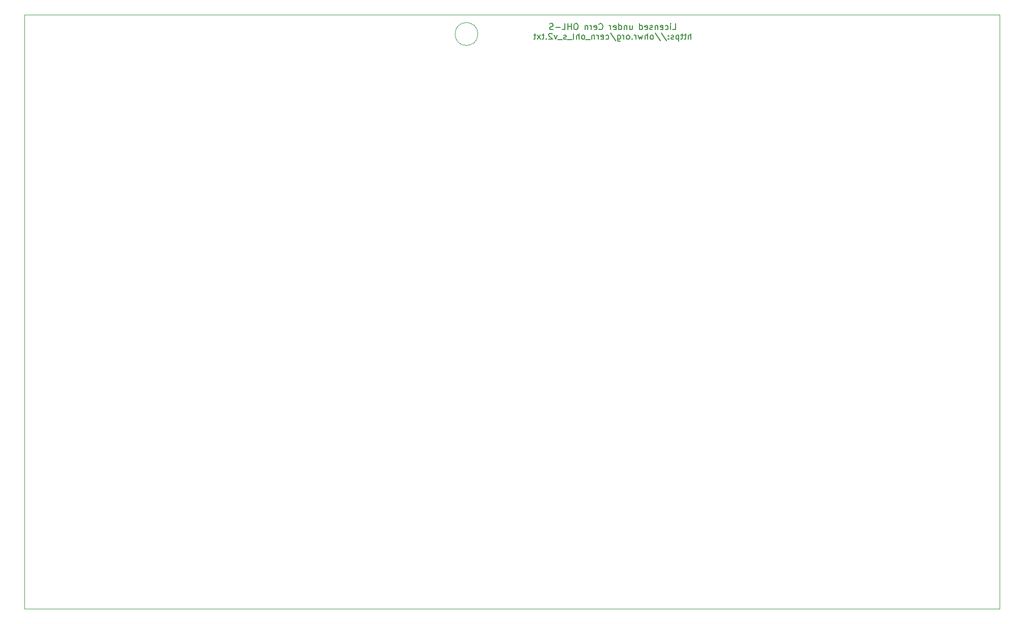
<source format=gbr>
%TF.GenerationSoftware,KiCad,Pcbnew,7.0.11+1*%
%TF.CreationDate,2024-05-08T20:05:28+02:00*%
%TF.ProjectId,ql_trump_v2_disk_interface,716c5f74-7275-46d7-905f-76325f646973,01*%
%TF.SameCoordinates,Original*%
%TF.FileFunction,Legend,Bot*%
%TF.FilePolarity,Positive*%
%FSLAX46Y46*%
G04 Gerber Fmt 4.6, Leading zero omitted, Abs format (unit mm)*
G04 Created by KiCad (PCBNEW 7.0.11+1) date 2024-05-08 20:05:28*
%MOMM*%
%LPD*%
G01*
G04 APERTURE LIST*
%ADD10C,0.150000*%
%TA.AperFunction,Profile*%
%ADD11C,0.050000*%
%TD*%
G04 APERTURE END LIST*
D10*
X146906001Y-46766819D02*
X147382191Y-46766819D01*
X147382191Y-46766819D02*
X147382191Y-45766819D01*
X146572667Y-46766819D02*
X146572667Y-46100152D01*
X146572667Y-45766819D02*
X146620286Y-45814438D01*
X146620286Y-45814438D02*
X146572667Y-45862057D01*
X146572667Y-45862057D02*
X146525048Y-45814438D01*
X146525048Y-45814438D02*
X146572667Y-45766819D01*
X146572667Y-45766819D02*
X146572667Y-45862057D01*
X145667906Y-46719200D02*
X145763144Y-46766819D01*
X145763144Y-46766819D02*
X145953620Y-46766819D01*
X145953620Y-46766819D02*
X146048858Y-46719200D01*
X146048858Y-46719200D02*
X146096477Y-46671580D01*
X146096477Y-46671580D02*
X146144096Y-46576342D01*
X146144096Y-46576342D02*
X146144096Y-46290628D01*
X146144096Y-46290628D02*
X146096477Y-46195390D01*
X146096477Y-46195390D02*
X146048858Y-46147771D01*
X146048858Y-46147771D02*
X145953620Y-46100152D01*
X145953620Y-46100152D02*
X145763144Y-46100152D01*
X145763144Y-46100152D02*
X145667906Y-46147771D01*
X144858382Y-46719200D02*
X144953620Y-46766819D01*
X144953620Y-46766819D02*
X145144096Y-46766819D01*
X145144096Y-46766819D02*
X145239334Y-46719200D01*
X145239334Y-46719200D02*
X145286953Y-46623961D01*
X145286953Y-46623961D02*
X145286953Y-46243009D01*
X145286953Y-46243009D02*
X145239334Y-46147771D01*
X145239334Y-46147771D02*
X145144096Y-46100152D01*
X145144096Y-46100152D02*
X144953620Y-46100152D01*
X144953620Y-46100152D02*
X144858382Y-46147771D01*
X144858382Y-46147771D02*
X144810763Y-46243009D01*
X144810763Y-46243009D02*
X144810763Y-46338247D01*
X144810763Y-46338247D02*
X145286953Y-46433485D01*
X144382191Y-46100152D02*
X144382191Y-46766819D01*
X144382191Y-46195390D02*
X144334572Y-46147771D01*
X144334572Y-46147771D02*
X144239334Y-46100152D01*
X144239334Y-46100152D02*
X144096477Y-46100152D01*
X144096477Y-46100152D02*
X144001239Y-46147771D01*
X144001239Y-46147771D02*
X143953620Y-46243009D01*
X143953620Y-46243009D02*
X143953620Y-46766819D01*
X143525048Y-46719200D02*
X143429810Y-46766819D01*
X143429810Y-46766819D02*
X143239334Y-46766819D01*
X143239334Y-46766819D02*
X143144096Y-46719200D01*
X143144096Y-46719200D02*
X143096477Y-46623961D01*
X143096477Y-46623961D02*
X143096477Y-46576342D01*
X143096477Y-46576342D02*
X143144096Y-46481104D01*
X143144096Y-46481104D02*
X143239334Y-46433485D01*
X143239334Y-46433485D02*
X143382191Y-46433485D01*
X143382191Y-46433485D02*
X143477429Y-46385866D01*
X143477429Y-46385866D02*
X143525048Y-46290628D01*
X143525048Y-46290628D02*
X143525048Y-46243009D01*
X143525048Y-46243009D02*
X143477429Y-46147771D01*
X143477429Y-46147771D02*
X143382191Y-46100152D01*
X143382191Y-46100152D02*
X143239334Y-46100152D01*
X143239334Y-46100152D02*
X143144096Y-46147771D01*
X142286953Y-46719200D02*
X142382191Y-46766819D01*
X142382191Y-46766819D02*
X142572667Y-46766819D01*
X142572667Y-46766819D02*
X142667905Y-46719200D01*
X142667905Y-46719200D02*
X142715524Y-46623961D01*
X142715524Y-46623961D02*
X142715524Y-46243009D01*
X142715524Y-46243009D02*
X142667905Y-46147771D01*
X142667905Y-46147771D02*
X142572667Y-46100152D01*
X142572667Y-46100152D02*
X142382191Y-46100152D01*
X142382191Y-46100152D02*
X142286953Y-46147771D01*
X142286953Y-46147771D02*
X142239334Y-46243009D01*
X142239334Y-46243009D02*
X142239334Y-46338247D01*
X142239334Y-46338247D02*
X142715524Y-46433485D01*
X141382191Y-46766819D02*
X141382191Y-45766819D01*
X141382191Y-46719200D02*
X141477429Y-46766819D01*
X141477429Y-46766819D02*
X141667905Y-46766819D01*
X141667905Y-46766819D02*
X141763143Y-46719200D01*
X141763143Y-46719200D02*
X141810762Y-46671580D01*
X141810762Y-46671580D02*
X141858381Y-46576342D01*
X141858381Y-46576342D02*
X141858381Y-46290628D01*
X141858381Y-46290628D02*
X141810762Y-46195390D01*
X141810762Y-46195390D02*
X141763143Y-46147771D01*
X141763143Y-46147771D02*
X141667905Y-46100152D01*
X141667905Y-46100152D02*
X141477429Y-46100152D01*
X141477429Y-46100152D02*
X141382191Y-46147771D01*
X139715524Y-46100152D02*
X139715524Y-46766819D01*
X140144095Y-46100152D02*
X140144095Y-46623961D01*
X140144095Y-46623961D02*
X140096476Y-46719200D01*
X140096476Y-46719200D02*
X140001238Y-46766819D01*
X140001238Y-46766819D02*
X139858381Y-46766819D01*
X139858381Y-46766819D02*
X139763143Y-46719200D01*
X139763143Y-46719200D02*
X139715524Y-46671580D01*
X139239333Y-46100152D02*
X139239333Y-46766819D01*
X139239333Y-46195390D02*
X139191714Y-46147771D01*
X139191714Y-46147771D02*
X139096476Y-46100152D01*
X139096476Y-46100152D02*
X138953619Y-46100152D01*
X138953619Y-46100152D02*
X138858381Y-46147771D01*
X138858381Y-46147771D02*
X138810762Y-46243009D01*
X138810762Y-46243009D02*
X138810762Y-46766819D01*
X137906000Y-46766819D02*
X137906000Y-45766819D01*
X137906000Y-46719200D02*
X138001238Y-46766819D01*
X138001238Y-46766819D02*
X138191714Y-46766819D01*
X138191714Y-46766819D02*
X138286952Y-46719200D01*
X138286952Y-46719200D02*
X138334571Y-46671580D01*
X138334571Y-46671580D02*
X138382190Y-46576342D01*
X138382190Y-46576342D02*
X138382190Y-46290628D01*
X138382190Y-46290628D02*
X138334571Y-46195390D01*
X138334571Y-46195390D02*
X138286952Y-46147771D01*
X138286952Y-46147771D02*
X138191714Y-46100152D01*
X138191714Y-46100152D02*
X138001238Y-46100152D01*
X138001238Y-46100152D02*
X137906000Y-46147771D01*
X137048857Y-46719200D02*
X137144095Y-46766819D01*
X137144095Y-46766819D02*
X137334571Y-46766819D01*
X137334571Y-46766819D02*
X137429809Y-46719200D01*
X137429809Y-46719200D02*
X137477428Y-46623961D01*
X137477428Y-46623961D02*
X137477428Y-46243009D01*
X137477428Y-46243009D02*
X137429809Y-46147771D01*
X137429809Y-46147771D02*
X137334571Y-46100152D01*
X137334571Y-46100152D02*
X137144095Y-46100152D01*
X137144095Y-46100152D02*
X137048857Y-46147771D01*
X137048857Y-46147771D02*
X137001238Y-46243009D01*
X137001238Y-46243009D02*
X137001238Y-46338247D01*
X137001238Y-46338247D02*
X137477428Y-46433485D01*
X136572666Y-46766819D02*
X136572666Y-46100152D01*
X136572666Y-46290628D02*
X136525047Y-46195390D01*
X136525047Y-46195390D02*
X136477428Y-46147771D01*
X136477428Y-46147771D02*
X136382190Y-46100152D01*
X136382190Y-46100152D02*
X136286952Y-46100152D01*
X134620285Y-46671580D02*
X134667904Y-46719200D01*
X134667904Y-46719200D02*
X134810761Y-46766819D01*
X134810761Y-46766819D02*
X134905999Y-46766819D01*
X134905999Y-46766819D02*
X135048856Y-46719200D01*
X135048856Y-46719200D02*
X135144094Y-46623961D01*
X135144094Y-46623961D02*
X135191713Y-46528723D01*
X135191713Y-46528723D02*
X135239332Y-46338247D01*
X135239332Y-46338247D02*
X135239332Y-46195390D01*
X135239332Y-46195390D02*
X135191713Y-46004914D01*
X135191713Y-46004914D02*
X135144094Y-45909676D01*
X135144094Y-45909676D02*
X135048856Y-45814438D01*
X135048856Y-45814438D02*
X134905999Y-45766819D01*
X134905999Y-45766819D02*
X134810761Y-45766819D01*
X134810761Y-45766819D02*
X134667904Y-45814438D01*
X134667904Y-45814438D02*
X134620285Y-45862057D01*
X133810761Y-46719200D02*
X133905999Y-46766819D01*
X133905999Y-46766819D02*
X134096475Y-46766819D01*
X134096475Y-46766819D02*
X134191713Y-46719200D01*
X134191713Y-46719200D02*
X134239332Y-46623961D01*
X134239332Y-46623961D02*
X134239332Y-46243009D01*
X134239332Y-46243009D02*
X134191713Y-46147771D01*
X134191713Y-46147771D02*
X134096475Y-46100152D01*
X134096475Y-46100152D02*
X133905999Y-46100152D01*
X133905999Y-46100152D02*
X133810761Y-46147771D01*
X133810761Y-46147771D02*
X133763142Y-46243009D01*
X133763142Y-46243009D02*
X133763142Y-46338247D01*
X133763142Y-46338247D02*
X134239332Y-46433485D01*
X133334570Y-46766819D02*
X133334570Y-46100152D01*
X133334570Y-46290628D02*
X133286951Y-46195390D01*
X133286951Y-46195390D02*
X133239332Y-46147771D01*
X133239332Y-46147771D02*
X133144094Y-46100152D01*
X133144094Y-46100152D02*
X133048856Y-46100152D01*
X132715522Y-46100152D02*
X132715522Y-46766819D01*
X132715522Y-46195390D02*
X132667903Y-46147771D01*
X132667903Y-46147771D02*
X132572665Y-46100152D01*
X132572665Y-46100152D02*
X132429808Y-46100152D01*
X132429808Y-46100152D02*
X132334570Y-46147771D01*
X132334570Y-46147771D02*
X132286951Y-46243009D01*
X132286951Y-46243009D02*
X132286951Y-46766819D01*
X130858379Y-45766819D02*
X130667903Y-45766819D01*
X130667903Y-45766819D02*
X130572665Y-45814438D01*
X130572665Y-45814438D02*
X130477427Y-45909676D01*
X130477427Y-45909676D02*
X130429808Y-46100152D01*
X130429808Y-46100152D02*
X130429808Y-46433485D01*
X130429808Y-46433485D02*
X130477427Y-46623961D01*
X130477427Y-46623961D02*
X130572665Y-46719200D01*
X130572665Y-46719200D02*
X130667903Y-46766819D01*
X130667903Y-46766819D02*
X130858379Y-46766819D01*
X130858379Y-46766819D02*
X130953617Y-46719200D01*
X130953617Y-46719200D02*
X131048855Y-46623961D01*
X131048855Y-46623961D02*
X131096474Y-46433485D01*
X131096474Y-46433485D02*
X131096474Y-46100152D01*
X131096474Y-46100152D02*
X131048855Y-45909676D01*
X131048855Y-45909676D02*
X130953617Y-45814438D01*
X130953617Y-45814438D02*
X130858379Y-45766819D01*
X130001236Y-46766819D02*
X130001236Y-45766819D01*
X130001236Y-46243009D02*
X129429808Y-46243009D01*
X129429808Y-46766819D02*
X129429808Y-45766819D01*
X128477427Y-46766819D02*
X128953617Y-46766819D01*
X128953617Y-46766819D02*
X128953617Y-45766819D01*
X128144093Y-46385866D02*
X127382189Y-46385866D01*
X126953617Y-46719200D02*
X126810760Y-46766819D01*
X126810760Y-46766819D02*
X126572665Y-46766819D01*
X126572665Y-46766819D02*
X126477427Y-46719200D01*
X126477427Y-46719200D02*
X126429808Y-46671580D01*
X126429808Y-46671580D02*
X126382189Y-46576342D01*
X126382189Y-46576342D02*
X126382189Y-46481104D01*
X126382189Y-46481104D02*
X126429808Y-46385866D01*
X126429808Y-46385866D02*
X126477427Y-46338247D01*
X126477427Y-46338247D02*
X126572665Y-46290628D01*
X126572665Y-46290628D02*
X126763141Y-46243009D01*
X126763141Y-46243009D02*
X126858379Y-46195390D01*
X126858379Y-46195390D02*
X126905998Y-46147771D01*
X126905998Y-46147771D02*
X126953617Y-46052533D01*
X126953617Y-46052533D02*
X126953617Y-45957295D01*
X126953617Y-45957295D02*
X126905998Y-45862057D01*
X126905998Y-45862057D02*
X126858379Y-45814438D01*
X126858379Y-45814438D02*
X126763141Y-45766819D01*
X126763141Y-45766819D02*
X126525046Y-45766819D01*
X126525046Y-45766819D02*
X126382189Y-45814438D01*
X149953620Y-48376819D02*
X149953620Y-47376819D01*
X149525049Y-48376819D02*
X149525049Y-47853009D01*
X149525049Y-47853009D02*
X149572668Y-47757771D01*
X149572668Y-47757771D02*
X149667906Y-47710152D01*
X149667906Y-47710152D02*
X149810763Y-47710152D01*
X149810763Y-47710152D02*
X149906001Y-47757771D01*
X149906001Y-47757771D02*
X149953620Y-47805390D01*
X149191715Y-47710152D02*
X148810763Y-47710152D01*
X149048858Y-47376819D02*
X149048858Y-48233961D01*
X149048858Y-48233961D02*
X149001239Y-48329200D01*
X149001239Y-48329200D02*
X148906001Y-48376819D01*
X148906001Y-48376819D02*
X148810763Y-48376819D01*
X148620286Y-47710152D02*
X148239334Y-47710152D01*
X148477429Y-47376819D02*
X148477429Y-48233961D01*
X148477429Y-48233961D02*
X148429810Y-48329200D01*
X148429810Y-48329200D02*
X148334572Y-48376819D01*
X148334572Y-48376819D02*
X148239334Y-48376819D01*
X147906000Y-47710152D02*
X147906000Y-48710152D01*
X147906000Y-47757771D02*
X147810762Y-47710152D01*
X147810762Y-47710152D02*
X147620286Y-47710152D01*
X147620286Y-47710152D02*
X147525048Y-47757771D01*
X147525048Y-47757771D02*
X147477429Y-47805390D01*
X147477429Y-47805390D02*
X147429810Y-47900628D01*
X147429810Y-47900628D02*
X147429810Y-48186342D01*
X147429810Y-48186342D02*
X147477429Y-48281580D01*
X147477429Y-48281580D02*
X147525048Y-48329200D01*
X147525048Y-48329200D02*
X147620286Y-48376819D01*
X147620286Y-48376819D02*
X147810762Y-48376819D01*
X147810762Y-48376819D02*
X147906000Y-48329200D01*
X147048857Y-48329200D02*
X146953619Y-48376819D01*
X146953619Y-48376819D02*
X146763143Y-48376819D01*
X146763143Y-48376819D02*
X146667905Y-48329200D01*
X146667905Y-48329200D02*
X146620286Y-48233961D01*
X146620286Y-48233961D02*
X146620286Y-48186342D01*
X146620286Y-48186342D02*
X146667905Y-48091104D01*
X146667905Y-48091104D02*
X146763143Y-48043485D01*
X146763143Y-48043485D02*
X146906000Y-48043485D01*
X146906000Y-48043485D02*
X147001238Y-47995866D01*
X147001238Y-47995866D02*
X147048857Y-47900628D01*
X147048857Y-47900628D02*
X147048857Y-47853009D01*
X147048857Y-47853009D02*
X147001238Y-47757771D01*
X147001238Y-47757771D02*
X146906000Y-47710152D01*
X146906000Y-47710152D02*
X146763143Y-47710152D01*
X146763143Y-47710152D02*
X146667905Y-47757771D01*
X146191714Y-48281580D02*
X146144095Y-48329200D01*
X146144095Y-48329200D02*
X146191714Y-48376819D01*
X146191714Y-48376819D02*
X146239333Y-48329200D01*
X146239333Y-48329200D02*
X146191714Y-48281580D01*
X146191714Y-48281580D02*
X146191714Y-48376819D01*
X146191714Y-47757771D02*
X146144095Y-47805390D01*
X146144095Y-47805390D02*
X146191714Y-47853009D01*
X146191714Y-47853009D02*
X146239333Y-47805390D01*
X146239333Y-47805390D02*
X146191714Y-47757771D01*
X146191714Y-47757771D02*
X146191714Y-47853009D01*
X145001239Y-47329200D02*
X145858381Y-48614914D01*
X143953620Y-47329200D02*
X144810762Y-48614914D01*
X143477429Y-48376819D02*
X143572667Y-48329200D01*
X143572667Y-48329200D02*
X143620286Y-48281580D01*
X143620286Y-48281580D02*
X143667905Y-48186342D01*
X143667905Y-48186342D02*
X143667905Y-47900628D01*
X143667905Y-47900628D02*
X143620286Y-47805390D01*
X143620286Y-47805390D02*
X143572667Y-47757771D01*
X143572667Y-47757771D02*
X143477429Y-47710152D01*
X143477429Y-47710152D02*
X143334572Y-47710152D01*
X143334572Y-47710152D02*
X143239334Y-47757771D01*
X143239334Y-47757771D02*
X143191715Y-47805390D01*
X143191715Y-47805390D02*
X143144096Y-47900628D01*
X143144096Y-47900628D02*
X143144096Y-48186342D01*
X143144096Y-48186342D02*
X143191715Y-48281580D01*
X143191715Y-48281580D02*
X143239334Y-48329200D01*
X143239334Y-48329200D02*
X143334572Y-48376819D01*
X143334572Y-48376819D02*
X143477429Y-48376819D01*
X142715524Y-48376819D02*
X142715524Y-47376819D01*
X142286953Y-48376819D02*
X142286953Y-47853009D01*
X142286953Y-47853009D02*
X142334572Y-47757771D01*
X142334572Y-47757771D02*
X142429810Y-47710152D01*
X142429810Y-47710152D02*
X142572667Y-47710152D01*
X142572667Y-47710152D02*
X142667905Y-47757771D01*
X142667905Y-47757771D02*
X142715524Y-47805390D01*
X141906000Y-47710152D02*
X141715524Y-48376819D01*
X141715524Y-48376819D02*
X141525048Y-47900628D01*
X141525048Y-47900628D02*
X141334572Y-48376819D01*
X141334572Y-48376819D02*
X141144096Y-47710152D01*
X140763143Y-48376819D02*
X140763143Y-47710152D01*
X140763143Y-47900628D02*
X140715524Y-47805390D01*
X140715524Y-47805390D02*
X140667905Y-47757771D01*
X140667905Y-47757771D02*
X140572667Y-47710152D01*
X140572667Y-47710152D02*
X140477429Y-47710152D01*
X140144095Y-48281580D02*
X140096476Y-48329200D01*
X140096476Y-48329200D02*
X140144095Y-48376819D01*
X140144095Y-48376819D02*
X140191714Y-48329200D01*
X140191714Y-48329200D02*
X140144095Y-48281580D01*
X140144095Y-48281580D02*
X140144095Y-48376819D01*
X139525048Y-48376819D02*
X139620286Y-48329200D01*
X139620286Y-48329200D02*
X139667905Y-48281580D01*
X139667905Y-48281580D02*
X139715524Y-48186342D01*
X139715524Y-48186342D02*
X139715524Y-47900628D01*
X139715524Y-47900628D02*
X139667905Y-47805390D01*
X139667905Y-47805390D02*
X139620286Y-47757771D01*
X139620286Y-47757771D02*
X139525048Y-47710152D01*
X139525048Y-47710152D02*
X139382191Y-47710152D01*
X139382191Y-47710152D02*
X139286953Y-47757771D01*
X139286953Y-47757771D02*
X139239334Y-47805390D01*
X139239334Y-47805390D02*
X139191715Y-47900628D01*
X139191715Y-47900628D02*
X139191715Y-48186342D01*
X139191715Y-48186342D02*
X139239334Y-48281580D01*
X139239334Y-48281580D02*
X139286953Y-48329200D01*
X139286953Y-48329200D02*
X139382191Y-48376819D01*
X139382191Y-48376819D02*
X139525048Y-48376819D01*
X138763143Y-48376819D02*
X138763143Y-47710152D01*
X138763143Y-47900628D02*
X138715524Y-47805390D01*
X138715524Y-47805390D02*
X138667905Y-47757771D01*
X138667905Y-47757771D02*
X138572667Y-47710152D01*
X138572667Y-47710152D02*
X138477429Y-47710152D01*
X137715524Y-47710152D02*
X137715524Y-48519676D01*
X137715524Y-48519676D02*
X137763143Y-48614914D01*
X137763143Y-48614914D02*
X137810762Y-48662533D01*
X137810762Y-48662533D02*
X137906000Y-48710152D01*
X137906000Y-48710152D02*
X138048857Y-48710152D01*
X138048857Y-48710152D02*
X138144095Y-48662533D01*
X137715524Y-48329200D02*
X137810762Y-48376819D01*
X137810762Y-48376819D02*
X138001238Y-48376819D01*
X138001238Y-48376819D02*
X138096476Y-48329200D01*
X138096476Y-48329200D02*
X138144095Y-48281580D01*
X138144095Y-48281580D02*
X138191714Y-48186342D01*
X138191714Y-48186342D02*
X138191714Y-47900628D01*
X138191714Y-47900628D02*
X138144095Y-47805390D01*
X138144095Y-47805390D02*
X138096476Y-47757771D01*
X138096476Y-47757771D02*
X138001238Y-47710152D01*
X138001238Y-47710152D02*
X137810762Y-47710152D01*
X137810762Y-47710152D02*
X137715524Y-47757771D01*
X136525048Y-47329200D02*
X137382190Y-48614914D01*
X135763143Y-48329200D02*
X135858381Y-48376819D01*
X135858381Y-48376819D02*
X136048857Y-48376819D01*
X136048857Y-48376819D02*
X136144095Y-48329200D01*
X136144095Y-48329200D02*
X136191714Y-48281580D01*
X136191714Y-48281580D02*
X136239333Y-48186342D01*
X136239333Y-48186342D02*
X136239333Y-47900628D01*
X136239333Y-47900628D02*
X136191714Y-47805390D01*
X136191714Y-47805390D02*
X136144095Y-47757771D01*
X136144095Y-47757771D02*
X136048857Y-47710152D01*
X136048857Y-47710152D02*
X135858381Y-47710152D01*
X135858381Y-47710152D02*
X135763143Y-47757771D01*
X134953619Y-48329200D02*
X135048857Y-48376819D01*
X135048857Y-48376819D02*
X135239333Y-48376819D01*
X135239333Y-48376819D02*
X135334571Y-48329200D01*
X135334571Y-48329200D02*
X135382190Y-48233961D01*
X135382190Y-48233961D02*
X135382190Y-47853009D01*
X135382190Y-47853009D02*
X135334571Y-47757771D01*
X135334571Y-47757771D02*
X135239333Y-47710152D01*
X135239333Y-47710152D02*
X135048857Y-47710152D01*
X135048857Y-47710152D02*
X134953619Y-47757771D01*
X134953619Y-47757771D02*
X134906000Y-47853009D01*
X134906000Y-47853009D02*
X134906000Y-47948247D01*
X134906000Y-47948247D02*
X135382190Y-48043485D01*
X134477428Y-48376819D02*
X134477428Y-47710152D01*
X134477428Y-47900628D02*
X134429809Y-47805390D01*
X134429809Y-47805390D02*
X134382190Y-47757771D01*
X134382190Y-47757771D02*
X134286952Y-47710152D01*
X134286952Y-47710152D02*
X134191714Y-47710152D01*
X133858380Y-47710152D02*
X133858380Y-48376819D01*
X133858380Y-47805390D02*
X133810761Y-47757771D01*
X133810761Y-47757771D02*
X133715523Y-47710152D01*
X133715523Y-47710152D02*
X133572666Y-47710152D01*
X133572666Y-47710152D02*
X133477428Y-47757771D01*
X133477428Y-47757771D02*
X133429809Y-47853009D01*
X133429809Y-47853009D02*
X133429809Y-48376819D01*
X133191714Y-48472057D02*
X132429809Y-48472057D01*
X132048856Y-48376819D02*
X132144094Y-48329200D01*
X132144094Y-48329200D02*
X132191713Y-48281580D01*
X132191713Y-48281580D02*
X132239332Y-48186342D01*
X132239332Y-48186342D02*
X132239332Y-47900628D01*
X132239332Y-47900628D02*
X132191713Y-47805390D01*
X132191713Y-47805390D02*
X132144094Y-47757771D01*
X132144094Y-47757771D02*
X132048856Y-47710152D01*
X132048856Y-47710152D02*
X131905999Y-47710152D01*
X131905999Y-47710152D02*
X131810761Y-47757771D01*
X131810761Y-47757771D02*
X131763142Y-47805390D01*
X131763142Y-47805390D02*
X131715523Y-47900628D01*
X131715523Y-47900628D02*
X131715523Y-48186342D01*
X131715523Y-48186342D02*
X131763142Y-48281580D01*
X131763142Y-48281580D02*
X131810761Y-48329200D01*
X131810761Y-48329200D02*
X131905999Y-48376819D01*
X131905999Y-48376819D02*
X132048856Y-48376819D01*
X131286951Y-48376819D02*
X131286951Y-47376819D01*
X130858380Y-48376819D02*
X130858380Y-47853009D01*
X130858380Y-47853009D02*
X130905999Y-47757771D01*
X130905999Y-47757771D02*
X131001237Y-47710152D01*
X131001237Y-47710152D02*
X131144094Y-47710152D01*
X131144094Y-47710152D02*
X131239332Y-47757771D01*
X131239332Y-47757771D02*
X131286951Y-47805390D01*
X130239332Y-48376819D02*
X130334570Y-48329200D01*
X130334570Y-48329200D02*
X130382189Y-48233961D01*
X130382189Y-48233961D02*
X130382189Y-47376819D01*
X130096475Y-48472057D02*
X129334570Y-48472057D01*
X129144093Y-48329200D02*
X129048855Y-48376819D01*
X129048855Y-48376819D02*
X128858379Y-48376819D01*
X128858379Y-48376819D02*
X128763141Y-48329200D01*
X128763141Y-48329200D02*
X128715522Y-48233961D01*
X128715522Y-48233961D02*
X128715522Y-48186342D01*
X128715522Y-48186342D02*
X128763141Y-48091104D01*
X128763141Y-48091104D02*
X128858379Y-48043485D01*
X128858379Y-48043485D02*
X129001236Y-48043485D01*
X129001236Y-48043485D02*
X129096474Y-47995866D01*
X129096474Y-47995866D02*
X129144093Y-47900628D01*
X129144093Y-47900628D02*
X129144093Y-47853009D01*
X129144093Y-47853009D02*
X129096474Y-47757771D01*
X129096474Y-47757771D02*
X129001236Y-47710152D01*
X129001236Y-47710152D02*
X128858379Y-47710152D01*
X128858379Y-47710152D02*
X128763141Y-47757771D01*
X128525046Y-48472057D02*
X127763141Y-48472057D01*
X127620283Y-47710152D02*
X127382188Y-48376819D01*
X127382188Y-48376819D02*
X127144093Y-47710152D01*
X126810759Y-47472057D02*
X126763140Y-47424438D01*
X126763140Y-47424438D02*
X126667902Y-47376819D01*
X126667902Y-47376819D02*
X126429807Y-47376819D01*
X126429807Y-47376819D02*
X126334569Y-47424438D01*
X126334569Y-47424438D02*
X126286950Y-47472057D01*
X126286950Y-47472057D02*
X126239331Y-47567295D01*
X126239331Y-47567295D02*
X126239331Y-47662533D01*
X126239331Y-47662533D02*
X126286950Y-47805390D01*
X126286950Y-47805390D02*
X126858378Y-48376819D01*
X126858378Y-48376819D02*
X126239331Y-48376819D01*
X125810759Y-48281580D02*
X125763140Y-48329200D01*
X125763140Y-48329200D02*
X125810759Y-48376819D01*
X125810759Y-48376819D02*
X125858378Y-48329200D01*
X125858378Y-48329200D02*
X125810759Y-48281580D01*
X125810759Y-48281580D02*
X125810759Y-48376819D01*
X125477426Y-47710152D02*
X125096474Y-47710152D01*
X125334569Y-47376819D02*
X125334569Y-48233961D01*
X125334569Y-48233961D02*
X125286950Y-48329200D01*
X125286950Y-48329200D02*
X125191712Y-48376819D01*
X125191712Y-48376819D02*
X125096474Y-48376819D01*
X124858378Y-48376819D02*
X124334569Y-47710152D01*
X124858378Y-47710152D02*
X124334569Y-48376819D01*
X124096473Y-47710152D02*
X123715521Y-47710152D01*
X123953616Y-47376819D02*
X123953616Y-48233961D01*
X123953616Y-48233961D02*
X123905997Y-48329200D01*
X123905997Y-48329200D02*
X123810759Y-48376819D01*
X123810759Y-48376819D02*
X123715521Y-48376819D01*
D11*
X201422000Y-44323000D02*
X38862000Y-44323000D01*
X201422000Y-143383000D02*
X201422000Y-44323000D01*
X38862000Y-44323000D02*
X38862000Y-143344900D01*
X114427000Y-47498000D02*
G75*
G03*
X110617000Y-47498000I-1905000J0D01*
G01*
X110617000Y-47498000D02*
G75*
G03*
X114427000Y-47498000I1905000J0D01*
G01*
X38862000Y-143344900D02*
X201422000Y-143383000D01*
M02*

</source>
